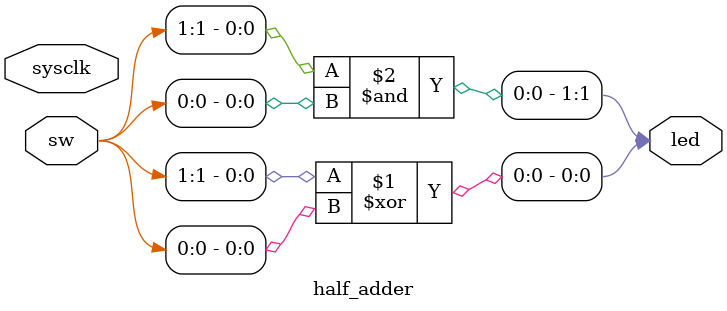
<source format=v>
`timescale 1ns / 1ps

module half_adder(
    input sysclk,
    input [1:0] sw,
    output [1:0] led
    );
    
    // sw[1] = A, sw[0] = B, btn[3] = C_in
    
    // 1-bit Half Adder
    xor(led[0], sw[1], sw[0]); // Sum output
    and(led[1], sw[1], sw[0]); // Carry output
    
endmodule
</source>
